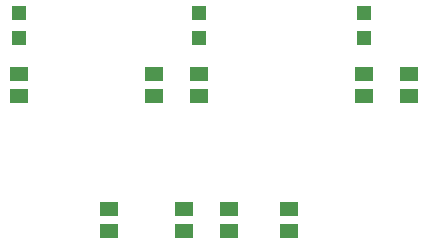
<source format=gbr>
G04 EAGLE Gerber X2 export*
%TF.Part,Single*%
%TF.FileFunction,Paste,Top*%
%TF.FilePolarity,Positive*%
%TF.GenerationSoftware,Autodesk,EAGLE,9.1.3*%
%TF.CreationDate,2020-03-28T12:55:41Z*%
G75*
%MOMM*%
%FSLAX34Y34*%
%LPD*%
%AMOC8*
5,1,8,0,0,1.08239X$1,22.5*%
G01*
%ADD10R,1.200000X1.200000*%
%ADD11R,1.500000X1.300000*%


D10*
X190500Y455000D03*
X190500Y434000D03*
X330200Y455000D03*
X330200Y434000D03*
X38100Y455000D03*
X38100Y434000D03*
D11*
X266700Y269900D03*
X266700Y288900D03*
X215900Y269900D03*
X215900Y288900D03*
X177800Y269900D03*
X177800Y288900D03*
X114300Y269900D03*
X114300Y288900D03*
X38100Y384200D03*
X38100Y403200D03*
X190500Y384200D03*
X190500Y403200D03*
X330200Y384200D03*
X330200Y403200D03*
X152400Y384200D03*
X152400Y403200D03*
X368300Y384200D03*
X368300Y403200D03*
M02*

</source>
